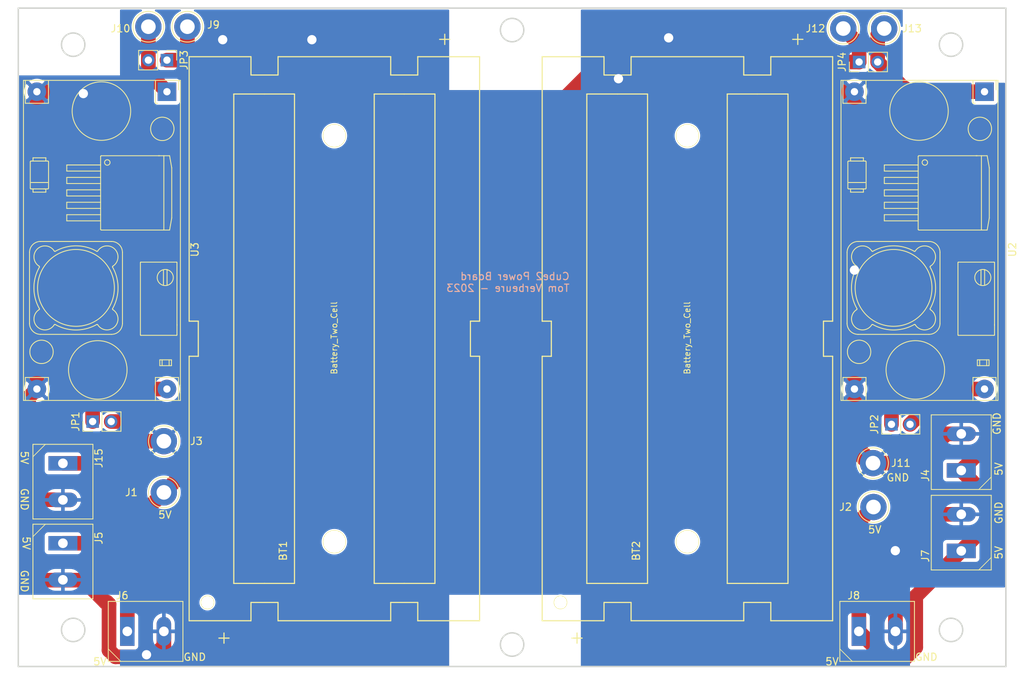
<source format=kicad_pcb>
(kicad_pcb (version 20221018) (generator pcbnew)
  (layers (0 "F.Cu" signal) (31 "B.Cu" signal) (34 "B.Paste" user) (35 "F.Paste" user) (36 "B.SilkS" user "B.Silkscreen") (37 "F.SilkS" user "F.Silkscreen") (38 "B.Mask" user) (39 "F.Mask" user) (44 "Edge.Cuts" user))
  (net 0 "")
  (net 1 "Net-(BT1-+-Pad1)")
  (net 2 "Net-(BT2-+-Pad1)")
  (net 3 "GND")
  (net 4 "+BATT")
  (net 5 "Net-(JP1-A)")
  (net 6 "Net-(JP2-A)")
  (net 7 "+BATT2")
  (net 8 "Net-(J1-Pin_1)")
  (net 9 "Net-(J2-Pin_1)")
  (net 10 "Net-(J10-Pin_1)")
  (net 11 "Net-(J13-Pin_1)")
  (footprint "Kicad_Personal:TerminalBlock_MAX-MX127-5.0-02P" (layer "F.Cu") (at 167 125 90)
    (fp_text reference "J7" (at -0.7 -4.9 90) (layer "F.SilkS"))
    (fp_text value "Screw_Terminal_01x02")
    (pad "1" thru_hole rect (at 0 0 90) (size 1.98 3.96) (drill 1.32) (layers "*.Cu" "*.Mask") (net 9 "Net-(J2-Pin_1)"))
    (pad "2" thru_hole oval (at 5 0 90) (size 1.98 3.96) (drill 1.32) (layers "*.Cu" "*.Mask") (net 3 "GND"))
  )
  (footprint "TestPoint:TestPoint_Loop_D3.80mm_Drill2.0mm" (layer "F.Cu") (at 58 110)
    (fp_text reference "J3" (at 4.445 0) (layer "F.SilkS"))
    (fp_text value "Conn_01x01")
    (pad "1" thru_hole circle (at 0 0) (size 3.6 3.6) (drill 2) (layers "*.Cu" "*.Mask") (net 3 "GND"))
  )
  (footprint "Connector_PinHeader_2.54mm:PinHeader_1x02_P2.54mm_Vertical" (layer "F.Cu") (at 153.035 58.166 90)
    (fp_text reference "JP4" (at 0 -2.33 90) (layer "F.SilkS"))
    (fp_text value "BATT2 Power")
    (pad "1" thru_hole rect (at 0 0 90) (size 1.7 1.7) (drill 1) (layers "*.Cu" "*.Mask") (net 7 "+BATT2"))
    (pad "2" thru_hole oval (at 0 2.54 90) (size 1.7 1.7) (drill 1) (layers "*.Cu" "*.Mask") (net 11 "Net-(J13-Pin_1)"))
  )
  (footprint "LM2596_Board:YAAJ_DCDC_StepDown_LM2596" (layer "F.Cu") (at 58.42 62.23 -90)
    (fp_text reference "U3" (at 21.59 -3.81 90) (layer "F.SilkS"))
    (fp_text value "LM2596 StepDown Board")
    (pad "1" thru_hole rect (at 0 0 270) (size 2.54 2.54) (drill 1) (layers "*.Cu" "*.Mask") (net 10 "Net-(J10-Pin_1)"))
    (pad "2" thru_hole circle (at 0 17.78 270) (size 2.54 2.54) (drill 1) (layers "*.Cu" "*.Mask") (net 3 "GND"))
    (pad "3" thru_hole circle (at 40.64 17.78 270) (size 2.54 2.54) (drill 1) (layers "*.Cu" "*.Mask") (net 3 "GND"))
    (pad "4" thru_hole circle (at 40.64 0 270) (size 2.54 2.54) (drill 1) (layers "*.Cu" "*.Mask") (net 5 "Net-(JP1-A)"))
  )
  (footprint "TestPoint:TestPoint_Loop_D3.80mm_Drill2.0mm" (layer "F.Cu") (at 58 117)
    (fp_text reference "J1" (at -4.445 0) (layer "F.SilkS"))
    (fp_text value "Conn_01x01")
    (pad "1" thru_hole circle (at 0 0) (size 3.6 3.6) (drill 2) (layers "*.Cu" "*.Mask") (net 8 "Net-(J1-Pin_1)"))
  )
  (footprint "Kicad_Personal:TerminalBlock_MAX-MX127-5.0-02P" (layer "F.Cu") (at 167 114 90)
    (fp_text reference "J4" (at -0.7 -4.9 90) (layer "F.SilkS"))
    (fp_text value "Screw_Terminal_01x02")
    (pad "1" thru_hole rect (at 0 0 90) (size 1.98 3.96) (drill 1.32) (layers "*.Cu" "*.Mask") (net 9 "Net-(J2-Pin_1)"))
    (pad "2" thru_hole oval (at 5 0 90) (size 1.98 3.96) (drill 1.32) (layers "*.Cu" "*.Mask") (net 3 "GND"))
  )
  (footprint "2x18650_battery_holder:battery_holder" (layer "F.Cu") (at 129.565 95.995 90)
    (fp_text reference "BT2" (at -29 -7 90) (layer "F.SilkS"))
    (fp_text value "Battery_Two_Cell" (at 0.11 -0.025 90) (layer "F.SilkS") (effects (font (size 0.8 0.8) (thickness 0.12))))
    (pad "" np_thru_hole circle (at -36.05 -17.35 90) (size 1.7 1.7) (drill 1.7) (layers "*.Cu" "*.Mask"))
    (pad "" np_thru_hole circle (at -27.75 0 90) (size 3 3) (drill 3) (layers "*.Cu" "*.Mask"))
    (pad "" np_thru_hole circle (at 27.75 0 90) (size 3 3) (drill 3) (layers "*.Cu" "*.Mask"))
    (pad "1" smd rect (at -40.75 -9.55 90) (size 4.4 6.5) (layers "F.Cu" "F.Paste" "F.Mask") (net 2 "Net-(BT2-+-Pad1)"))
    (pad "2" smd rect (at 40.75 -9.55 90) (size 4.4 6.5) (layers "F.Cu" "F.Paste" "F.Mask") (net 3 "GND"))
    (pad "3" smd rect (at 40.75 9.55 90) (size 4.4 6.5) (layers "F.Cu" "F.Paste" "F.Mask") (net 7 "+BATT2"))
    (pad "4" smd rect (at -40.75 9.55 90) (size 4.4 6.5) (layers "F.Cu" "F.Paste" "F.Mask") (net 2 "Net-(BT2-+-Pad1)"))
  )
  (footprint "2x18650_battery_holder:battery_holder" (layer "F.Cu") (at 81.305 95.995 90)
    (fp_text reference "BT1" (at -29 -7 90) (layer "F.SilkS"))
    (fp_text value "Battery_Two_Cell" (at 0.11 -0.025 90) (layer "F.SilkS") (effects (font (size 0.8 0.8) (thickness 0.12))))
    (pad "" np_thru_hole circle (at -36.05 -17.35 90) (size 1.7 1.7) (drill 1.7) (layers "*.Cu" "*.Mask"))
    (pad "" np_thru_hole circle (at -27.75 0 90) (size 3 3) (drill 3) (layers "*.Cu" "*.Mask"))
    (pad "" np_thru_hole circle (at 27.75 0 90) (size 3 3) (drill 3) (layers "*.Cu" "*.Mask"))
    (pad "1" smd rect (at -40.75 -9.55 90) (size 4.4 6.5) (layers "F.Cu" "F.Paste" "F.Mask") (net 1 "Net-(BT1-+-Pad1)"))
    (pad "2" smd rect (at 40.75 -9.55 90) (size 4.4 6.5) (layers "F.Cu" "F.Paste" "F.Mask") (net 3 "GND"))
    (pad "3" smd rect (at 40.75 9.55 90) (size 4.4 6.5) (layers "F.Cu" "F.Paste" "F.Mask") (net 4 "+BATT"))
    (pad "4" smd rect (at -40.75 9.55 90) (size 4.4 6.5) (layers "F.Cu" "F.Paste" "F.Mask") (net 1 "Net-(BT1-+-Pad1)"))
  )
  (footprint "LM2596_Board:YAAJ_DCDC_StepDown_LM2596" (layer "F.Cu") (at 170.18 62.23 -90)
    (fp_text reference "U2" (at 21.59 -3.81 90) (layer "F.SilkS"))
    (fp_text value "LM2596 StepDown Board")
    (pad "1" thru_hole rect (at 0 0 270) (size 2.54 2.54) (drill 1) (layers "*.Cu" "*.Mask") (net 11 "Net-(J13-Pin_1)"))
    (pad "2" thru_hole circle (at 0 17.78 270) (size 2.54 2.54) (drill 1) (layers "*.Cu" "*.Mask") (net 3 "GND"))
    (pad "3" thru_hole circle (at 40.64 17.78 270) (size 2.54 2.54) (drill 1) (layers "*.Cu" "*.Mask") (net 3 "GND"))
    (pad "4" thru_hole circle (at 40.64 0 270) (size 2.54 2.54) (drill 1) (layers "*.Cu" "*.Mask") (net 6 "Net-(JP2-A)"))
  )
  (footprint "TestPoint:TestPoint_Loop_D3.80mm_Drill2.0mm" (layer "F.Cu") (at 155 119)
    (fp_text reference "J2" (at -3.81 0) (layer "F.SilkS"))
    (fp_text value "Conn_01x01")
    (pad "1" thru_hole circle (at 0 0) (size 3.6 3.6) (drill 2) (layers "*.Cu" "*.Mask") (net 9 "Net-(J2-Pin_1)"))
  )
  (footprint "Kicad_Personal:TerminalBlock_MAX-MX127-5.0-02P" (layer "F.Cu") (at 44.196 113.03 -90)
    (fp_text reference "J15" (at -0.7 -4.9 90) (layer "F.SilkS"))
    (fp_text value "Screw_Terminal_01x02")
    (pad "1" thru_hole rect (at 0 0 270) (size 1.98 3.96) (drill 1.32) (layers "*.Cu" "*.Mask") (net 8 "Net-(J1-Pin_1)"))
    (pad "2" thru_hole oval (at 5 0 270) (size 1.98 3.96) (drill 1.32) (layers "*.Cu" "*.Mask") (net 3 "GND"))
  )
  (footprint "Connector_PinHeader_2.54mm:PinHeader_1x02_P2.54mm_Vertical" (layer "F.Cu") (at 58.42 57.912 -90)
    (fp_text reference "JP3" (at 0 -2.33 90) (layer "F.SilkS"))
    (fp_text value "BATT Power")
    (pad "1" thru_hole rect (at 0 0 270) (size 1.7 1.7) (drill 1) (layers "*.Cu" "*.Mask") (net 4 "+BATT"))
    (pad "2" thru_hole oval (at 0 2.54 270) (size 1.7 1.7) (drill 1) (layers "*.Cu" "*.Mask") (net 10 "Net-(J10-Pin_1)"))
  )
  (footprint "Connector_PinHeader_2.54mm:PinHeader_1x02_P2.54mm_Vertical" (layer "F.Cu") (at 157.46 107.7 90)
    (fp_text reference "JP2" (at 0 -2.33 90) (layer "F.SilkS"))
    (fp_text value "5V Power (2)")
    (pad "1" thru_hole rect (at 0 0 90) (size 1.7 1.7) (drill 1) (layers "*.Cu" "*.Mask") (net 6 "Net-(JP2-A)"))
    (pad "2" thru_hole oval (at 0 2.54 90) (size 1.7 1.7) (drill 1) (layers "*.Cu" "*.Mask") (net 9 "Net-(J2-Pin_1)"))
  )
  (footprint "Kicad_Personal:TerminalBlock_MAX-MX127-5.0-02P" (layer "F.Cu") (at 53 136)
    (fp_text reference "J6" (at -0.7 -4.9) (layer "F.SilkS"))
    (fp_text value "Screw_Terminal_01x02")
    (pad "1" thru_hole rect (at 0 0) (size 1.98 3.96) (drill 1.32) (layers "*.Cu" "*.Mask") (net 8 "Net-(J1-Pin_1)"))
    (pad "2" thru_hole oval (at 5 0) (size 1.98 3.96) (drill 1.32) (layers "*.Cu" "*.Mask") (net 3 "GND"))
  )
  (footprint "TestPoint:TestPoint_Loop_D3.80mm_Drill2.0mm" (layer "F.Cu") (at 154.94 113)
    (fp_text reference "J11" (at 3.81 0) (layer "F.SilkS"))
    (fp_text value "Conn_01x01")
    (pad "1" thru_hole circle (at 0 0) (size 3.6 3.6) (drill 2) (layers "*.Cu" "*.Mask") (net 3 "GND"))
  )
  (footprint "TestPoint:TestPoint_Loop_D3.80mm_Drill2.0mm" (layer "F.Cu") (at 156.464 53.594)
    (fp_text reference "J13" (at 3.81 0) (layer "F.SilkS"))
    (fp_text value "Conn_01x01")
    (pad "1" thru_hole circle (at 0 0) (size 3.6 3.6) (drill 2) (layers "*.Cu" "*.Mask") (net 11 "Net-(J13-Pin_1)"))
  )
  (footprint "Kicad_Personal:TerminalBlock_MAX-MX127-5.0-02P" (layer "F.Cu") (at 153 136)
    (fp_text reference "J8" (at -0.7 -4.9) (layer "F.SilkS"))
    (fp_text value "Screw_Terminal_01x02")
    (pad "1" thru_hole rect (at 0 0) (size 1.98 3.96) (drill 1.32) (layers "*.Cu" "*.Mask") (net 9 "Net-(J2-Pin_1)"))
    (pad "2" thru_hole oval (at 5 0) (size 1.98 3.96) (drill 1.32) (layers "*.Cu" "*.Mask") (net 3 "GND"))
  )
  (footprint "TestPoint:TestPoint_Loop_D3.80mm_Drill2.0mm" (layer "F.Cu") (at 61.214 53.34)
    (fp_text reference "J9" (at 3.556 -0.254) (layer "F.SilkS"))
    (fp_text value "Conn_01x01")
    (pad "1" thru_hole circle (at 0 0) (size 3.6 3.6) (drill 2) (layers "*.Cu" "*.Mask") (net 4 "+BATT"))
  )
  (footprint "TestPoint:TestPoint_Loop_D3.80mm_Drill2.0mm" (layer "F.Cu") (at 55.88 53.34)
    (fp_text reference "J10" (at -3.81 0.254) (layer "F.SilkS"))
    (fp_text value "Conn_01x01")
    (pad "1" thru_hole circle (at 0 0) (size 3.6 3.6) (drill 2) (layers "*.Cu" "*.Mask") (net 10 "Net-(J10-Pin_1)"))
  )
  (footprint "TestPoint:TestPoint_Loop_D3.80mm_Drill2.0mm" (layer "F.Cu") (at 150.876 53.594)
    (fp_text reference "J12" (at -3.81 0) (layer "F.SilkS"))
    (fp_text value "Conn_01x01")
    (pad "1" thru_hole circle (at 0 0) (size 3.6 3.6) (drill 2) (layers "*.Cu" "*.Mask") (net 7 "+BATT2"))
  )
  (footprint "Kicad_Personal:TerminalBlock_MAX-MX127-5.0-02P" (layer "F.Cu") (at 44.196 123.952 -90)
    (fp_text reference "J5" (at -0.7 -4.9 90) (layer "F.SilkS"))
    (fp_text value "Screw_Terminal_01x02")
    (pad "1" thru_hole rect (at 0 0 270) (size 1.98 3.96) (drill 1.32) (layers "*.Cu" "*.Mask") (net 8 "Net-(J1-Pin_1)"))
    (pad "2" thru_hole oval (at 5 0 270) (size 1.98 3.96) (drill 1.32) (layers "*.Cu" "*.Mask") (net 3 "GND"))
  )
  (footprint "Connector_PinHeader_2.54mm:PinHeader_1x02_P2.54mm_Vertical" (layer "F.Cu") (at 48.26 107.315 90)
    (fp_text reference "JP1" (at 0 -2.33 90) (layer "F.SilkS"))
    (fp_text value "5V Power (1)")
    (pad "1" thru_hole rect (at 0 0 90) (size 1.7 1.7) (drill 1) (layers "*.Cu" "*.Mask") (net 5 "Net-(JP1-A)"))
    (pad "2" thru_hole oval (at 0 2.54 90) (size 1.7 1.7) (drill 1) (layers "*.Cu" "*.Mask") (net 8 "Net-(J1-Pin_1)"))
  )
  (gr_line (start 38.1 140.8) (end 173.1 140.8) (stroke (width 0.2)) (layer "Edge.Cuts"))
  (gr_circle (center 45.6 135.8) (end 47.2 135.8) (stroke (width 0.2)) (fill none) (layer "Edge.Cuts"))
  (gr_line (start 38.1 50.8) (end 38.1 140.8) (stroke (width 0.2)) (layer "Edge.Cuts"))
  (gr_line (start 173.1 50.8) (end 173.1 140.8) (stroke (width 0.2)) (layer "Edge.Cuts"))
  (gr_circle (center 45.6 55.8) (end 47.2 55.8) (stroke (width 0.2)) (fill none) (layer "Edge.Cuts"))
  (gr_circle (center 165.6 55.8) (end 167.2 55.8) (stroke (width 0.2)) (fill none) (layer "Edge.Cuts"))
  (gr_circle (center 105.6 53.8) (end 107.2 53.8) (stroke (width 0.2)) (fill none) (layer "Edge.Cuts"))
  (gr_circle (center 165.6 135.8) (end 167.2 135.8) (stroke (width 0.2)) (fill none) (layer "Edge.Cuts"))
  (gr_circle (center 105.6 137.8) (end 107.2 137.8) (stroke (width 0.2)) (fill none) (layer "Edge.Cuts"))
  (gr_line (start 38.1 50.8) (end 173.1 50.8) (stroke (width 0.2)) (layer "Edge.Cuts"))
  (gr_text "Cube2 Power Board\nTom Verbeure - 2023" (at 113.538 89.662) (layer "B.SilkS") (effects (font (size 1 1)) (justify left bottom mirror)))
  (gr_text "GND" (at 160.6 140.1) (layer "F.SilkS") (effects (font (size 1 1)) (justify left bottom)))
  (gr_text "5V\n" (at 148.336 140.716) (layer "F.SilkS") (effects (font (size 1 1)) (justify left bottom)))
  (gr_text "GND" (at 156.718 115.57) (layer "F.SilkS") (effects (font (size 1 1)) (justify left bottom)))
  (gr_text "5V\n" (at 38.608 122.936 -90) (layer "F.SilkS") (effects (font (size 1 1)) (justify left bottom)))
  (gr_text "5V\n" (at 38.354 111.252 -90) (layer "F.SilkS") (effects (font (size 1 1)) (justify left bottom)))
  (gr_text "GND" (at 38.354 116.332 -90) (layer "F.SilkS") (effects (font (size 1 1)) (justify left bottom)))
  (gr_text "5V\n" (at 172.72 126.238 90) (layer "F.SilkS") (effects (font (size 1 1)) (justify left bottom)))
  (gr_text "5V\n" (at 57.15 120.65) (layer "F.SilkS") (effects (font (size 1 1)) (justify left bottom)))
  (gr_text "GND" (at 38.354 127.508 -90) (layer "F.SilkS") (effects (font (size 1 1)) (justify left bottom)))
  (gr_text "5V\n" (at 154.178 122.682) (layer "F.SilkS") (effects (font (size 1 1)) (justify left bottom)))
  (gr_text "GND" (at 172.72 121.412 90) (layer "F.SilkS") (effects (font (size 1 1)) (justify left bottom)))
  (gr_text "5V\n" (at 172.72 114.808 90) (layer "F.SilkS") (effects (font (size 1 1)) (justify left bottom)))
  (gr_text "GND" (at 60.6 140.1) (layer "F.SilkS") (effects (font (size 1 1)) (justify left bottom)))
  (gr_text "GND" (at 172.466 109.22 90) (layer "F.SilkS") (effects (font (size 1 1)) (justify left bottom)))
  (gr_text "5V\n" (at 48.26 140.716) (layer "F.SilkS") (effects (font (size 1 1)) (justify left bottom)))
  (segment (start 73.66 137.38) (end 92.76 137.38) (width 2) (layer "F.Cu") (net 1))
  (segment (start 117.45 137.38) (end 136.55 137.38) (width 2) (layer "F.Cu") (net 2))
  (segment (start 50 132) (end 50.212 132) (width 2) (layer "F.Cu") (net 3))
  (segment (start 152.4 102.87) (end 152.4 62.23) (width 2) (layer "F.Cu") (net 3))
  (segment (start 40.64 62.23) (end 46.99 62.23) (width 2) (layer "F.Cu") (net 3))
  (segment (start 152.4 102.87) (end 152.4 111.125) (width 2) (layer "F.Cu") (net 3))
  (segment (start 120.523 54.991) (end 126.873 54.991) (width 2) (layer "F.Cu") (net 3))
  (segment (start 39.52 103.99) (end 39.52 106.52) (width 2) (layer "F.Cu") (net 3))
  (segment (start 158 125) (end 158 136) (width 2) (layer "F.Cu") (net 3))
  (segment (start 120.65 55.245) (end 102.235 73.66) (width 2) (layer "F.Cu") (net 3))
  (segment (start 58 137.976186) (end 58 136) (width 2) (layer "F.Cu") (net 3))
  (segment (start 152.4 111.125) (end 154.94 113.665) (width 2) (layer "F.Cu") (net 3))
  (segment (start 163 120) (end 158 125) (width 2) (layer "F.Cu") (net 3))
  (segment (start 127.635 62.23) (end 120.65 55.245) (width 2) (layer "F.Cu") (net 3))
  (segment (start 39.52 116.496186) (end 41.023814 118) (width 2) (layer "F.Cu") (net 3))
  (segment (start 165 109) (end 168 109) (width 2) (layer "F.Cu") (net 3))
  (segment (start 161 113) (end 165 109) (width 2) (layer "F.Cu") (net 3))
  (segment (start 120.015 60.325) (end 120.142 60.452) (width 1) (layer "F.Cu") (net 3))
  (segment (start 153.065 111.125) (end 154.94 113) (width 2) (layer "F.Cu") (net 3))
  (segment (start 152.4 111.125) (end 153.065 111.125) (width 2) (layer "F.Cu") (net 3))
  (segment (start 51.435 73.66) (end 46.99 69.215) (width 2) (layer "F.Cu") (net 3))
  (segment (start 39.52 127.496186) (end 41.023814 129) (width 2) (layer "F.Cu") (net 3))
  (segment (start 41.023814 118) (end 43 118) (width 2) (layer "F.Cu") (net 3))
  (segment (start 161 113) (end 161 118) (width 2) (layer "F.Cu") (net 3))
  (segment (start 50.5 138.59132) (end 51.38868 139.48) (width 2) (layer "F.Cu") (net 3))
  (segment (start 163 120) (end 167 120) (width 2) (layer "F.Cu") (net 3))
  (segment (start 47 129) (end 50 132) (width 2) (layer "F.Cu") (net 3))
  (segment (start 120.015 55.245) (end 120.015 60.325) (width 2) (layer "F.Cu") (net 3))
  (segment (start 71.755 55.245) (end 66.167 55.245) (width 2) (layer "F.Cu") (net 3))
  (segment (start 43 110) (end 58 110) (width 2) (layer "F.Cu") (net 3))
  (segment (start 154.94 113) (end 161 113) (width 2) (layer "F.Cu") (net 3))
  (segment (start 161 118) (end 163 120) (width 2) (layer "F.Cu") (net 3))
  (segment (start 66.167 55.245) (end 66.04 55.118) (width 2) (layer "F.Cu") (net 3))
  (segment (start 39.52 106.52) (end 39.52 116.496186) (width 2) (layer "F.Cu") (net 3))
  (segment (start 102.235 73.66) (end 51.435 73.66) (width 2) (layer "F.Cu") (net 3))
  (segment (start 40.64 102.87) (end 39.52 103.99) (width 2) (layer "F.Cu") (net 3))
  (segment (start 41.023814 129) (end 47 129) (width 2) (layer "F.Cu") (net 3))
  (segment (start 51.38868 139.48) (end 56.496186 139.48) (width 2) (layer "F.Cu") (net 3))
  (segment (start 39.52 106.52) (end 43 110) (width 2) (layer "F.Cu") (net 3))
  (segment (start 50.212 132) (end 50.5 132.288) (width 2) (layer "F.Cu") (net 3))
  (segment (start 71.755 55.245) (end 78.105 55.245) (width 2) (layer "F.Cu") (net 3))
  (segment (start 39.52 116.496186) (end 39.52 127.496186) (width 2) (layer "F.Cu") (net 3))
  (segment (start 78.105 55.245) (end 78.232 55.118) (width 2) (layer "F.Cu") (net 3))
  (segment (start 56.496186 139.48) (end 58 137.976186) (width 2) (layer "F.Cu") (net 3))
  (segment (start 40.64 62.23) (end 40.64 102.87) (width 2) (layer "F.Cu") (net 3))
  (segment (start 50.5 132.288) (end 50.5 138.59132) (width 2) (layer "F.Cu") (net 3))
  (segment (start 152.4 62.23) (end 127.635 62.23) (width 2) (layer "F.Cu") (net 3))
  (segment (start 46.99 69.215) (end 46.99 62.23) (width 2) (layer "F.Cu") (net 3))
  (via (at 78.232 55.118) (size 2.54) (drill 1.27) (layers "F.Cu" "B.Cu") (net 3))
  (via (at 157.988 124.968) (size 2.54) (drill 1.27) (layers "F.Cu" "B.Cu") (net 3))
  (via (at 66.04 55.118) (size 2.54) (drill 1.27) (layers "F.Cu" "B.Cu") (net 3))
  (via (at 152.4 86.614) (size 2.54) (drill 1.27) (layers "F.Cu" "B.Cu") (net 3))
  (via (at 127 54.864) (size 2.54) (drill 1.27) (layers "F.Cu" "B.Cu") (net 3))
  (via (at 55.626 139.192) (size 2.54) (drill 1.27) (layers "F.Cu" "B.Cu") (net 3))
  (via (at 120.142 60.452) (size 2.54) (drill 1.27) (layers "F.Cu" "B.Cu") (net 3))
  (via (at 46.99 62.484) (size 2.54) (drill 1.27) (layers "F.Cu" "B.Cu") (net 3))
  (segment (start 90.855 55.245) (end 83.87 62.23) (width 2) (layer "F.Cu") (net 4))
  (segment (start 83.87 62.23) (end 65.278 62.23) (width 2) (layer "F.Cu") (net 4))
  (segment (start 61.214 57.658) (end 61.214 53.34) (width 2) (layer "F.Cu") (net 4))
  (segment (start 60.96 57.912) (end 58.42 57.912) (width 2) (layer "F.Cu") (net 4))
  (segment (start 65.278 62.23) (end 60.96 57.912) (width 2) (layer "F.Cu") (net 4))
  (segment (start 60.96 57.912) (end 61.214 57.658) (width 2) (layer "F.Cu") (net 4))
  (segment (start 58.42 102.87) (end 50.165 102.87) (width 2) (layer "F.Cu") (net 5))
  (segment (start 50.165 102.87) (end 48.26 104.775) (width 2) (layer "F.Cu") (net 5))
  (segment (start 48.26 104.775) (end 48.26 107.315) (width 2) (layer "F.Cu") (net 5))
  (segment (start 170.18 102.87) (end 159.13 102.87) (width 2) (layer "F.Cu") (net 6))
  (segment (start 157.46 104.54) (end 159.13 102.87) (width 2) (layer "F.Cu") (net 6))
  (segment (start 157.46 107.7) (end 157.46 104.54) (width 2) (layer "F.Cu") (net 6))
  (segment (start 139.75 55.245) (end 146.05 55.245) (width 2) (layer "F.Cu") (net 7))
  (segment (start 153.035 58.166) (end 148.59 58.166) (width 2) (layer "F.Cu") (net 7))
  (segment (start 153.035 55.753) (end 150.876 53.594) (width 2) (layer "F.Cu") (net 7))
  (segment (start 148.59 58.166) (end 146.05 55.626) (width 2) (layer "F.Cu") (net 7))
  (segment (start 153.035 58.166) (end 153.035 55.753) (width 2) (layer "F.Cu") (net 7))
  (segment (start 146.05 55.626) (end 146.05 55.245) (width 2) (layer "F.Cu") (net 7))
  (segment (start 53 122) (end 58 117) (width 2) (layer "F.Cu") (net 8))
  (segment (start 50.952 123.952) (end 44.196 123.952) (width 2) (layer "F.Cu") (net 8))
  (segment (start 53.086 121.914) (end 53.086 114.3) (width 2) (layer "F.Cu") (net 8))
  (segment (start 52.685 107.315) (end 54 106) (width 2) (layer "F.Cu") (net 8))
  (segment (start 60 106) (end 61.3 107.3) (width 2) (layer "F.Cu") (net 8))
  (segment (start 53 126) (end 53 136) (width 2) (layer "F.Cu") (net 8))
  (segment (start 53.086 114.3) (end 51.816 113.03) (width 2) (layer "F.Cu") (net 8))
  (segment (start 61.3 107.3) (end 61.3 113.7) (width 2) (layer "F.Cu") (net 8))
  (segment (start 53 126) (end 50.952 123.952) (width 2) (layer "F.Cu") (net 8))
  (segment (start 54 106) (end 60 106) (width 2) (layer "F.Cu") (net 8))
  (segment (start 51.816 113.03) (end 44.196 113.03) (width 2) (layer "F.Cu") (net 8))
  (segment (start 61.3 113.7) (end 58 117) (width 2) (layer "F.Cu") (net 8))
  (segment (start 50.8 107.315) (end 52.685 107.315) (width 2) (layer "F.Cu") (net 8))
  (segment (start 53 122) (end 53.086 121.914) (width 2) (layer "F.Cu") (net 8))
  (segment (start 53 126) (end 53 122) (width 2) (layer "F.Cu") (net 8))
  (segment (start 156.8 139.8) (end 159.2 139.8) (width 2) (layer "F.Cu") (net 9))
  (segment (start 159.2 139.8) (end 160.49 138.51) (width 2) (layer "F.Cu") (net 9))
  (segment (start 171.478729 107.971378) (end 171.478729 109.521271) (width 2) (layer "F.Cu") (net 9))
  (segment (start 160.782 131.218) (end 167 125) (width 2) (layer "F.Cu") (net 9))
  (segment (start 160.49 138.51) (end 160.49 138.468) (width 2) (layer "F.Cu") (net 9))
  (segment (start 161.7 106) (end 169.507351 106) (width 2) (layer "F.Cu") (net 9))
  (segment (start 171.478729 109.521271) (end 167 114) (width 2) (layer "F.Cu") (net 9))
  (segment (start 160.49 138.468) (end 160.782 138.176) (width 2) (layer "F.Cu") (net 9))
  (segment (start 153 136) (end 153 121) (width 2) (layer "F.Cu") (net 9))
  (segment (start 160 107.7) (end 161.7 106) (width 2) (layer "F.Cu") (net 9))
  (segment (start 169.507351 106) (end 171.478729 107.971378) (width 2) (layer "F.Cu") (net 9))
  (segment (start 153 121) (end 155 119) (width 2) (layer "F.Cu") (net 9))
  (segment (start 171 121) (end 167 125) (width 2) (layer "F.Cu") (net 9))
  (segment (start 160.782 138.176) (end 160.782 131.218) (width 2) (layer "F.Cu") (net 9))
  (segment (start 167 114) (end 171 118) (width 2) (layer "F.Cu") (net 9))
  (segment (start 153 136) (end 156.8 139.8) (width 2) (layer "F.Cu") (net 9))
  (segment (start 171 118) (end 171 121) (width 2) (layer "F.Cu") (net 9))
  (segment (start 55.88 59.69) (end 58.42 62.23) (width 2) (layer "F.Cu") (net 10))
  (segment (start 55.88 59.69) (end 55.88 57.912) (width 2) (layer "F.Cu") (net 10))
  (segment (start 55.88 57.912) (end 55.88 53.34) (width 2) (layer "F.Cu") (net 10))
  (segment (start 159.766 62.23) (end 159.258 61.722) (width 2) (layer "F.Cu") (net 11))
  (segment (start 159.131 61.722) (end 155.575 58.166) (width 2) (layer "F.Cu") (net 11))
  (segment (start 155.575 54.483) (end 156.464 53.594) (width 2) (layer "F.Cu") (net 11))
  (segment (start 159.258 61.722) (end 159.131 61.722) (width 2) (layer "F.Cu") (net 11))
  (segment (start 170.18 62.23) (end 159.766 62.23) (width 2) (layer "F.Cu") (net 11))
  (segment (start 155.575 58.166) (end 155.575 54.483) (width 2) (layer "F.Cu") (net 11))
  (zone (net 3) (net_name "GND") (layer "B.Cu") (connect_pads (clearance 0.508)) (min_thickness 0.25) (fill yes (thermal_gap 0.5) (thermal_bridge_width 0.5))
    (polygon (pts (xy 38 60) (xy 52 60) (xy 52 51) (xy 97 51) (xy 97 62) (xy 115 62) (xy 115 51) (xy 159 51) (xy 159 61) (xy 173 61) (xy 173 130) (xy 160 130) (xy 160 141) (xy 115 141) (xy 115 131) (xy 97 131) (xy 97 141) (xy 52 141) (xy 52 131) (xy 38 131)))
  )
)
</source>
